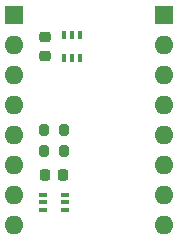
<source format=gbr>
%TF.GenerationSoftware,KiCad,Pcbnew,7.0.8*%
%TF.CreationDate,2023-12-24T03:51:33-08:00*%
%TF.ProjectId,STD Teknic Converter - R1,53544420-5465-46b6-9e69-6320436f6e76,rev?*%
%TF.SameCoordinates,Original*%
%TF.FileFunction,Soldermask,Bot*%
%TF.FilePolarity,Negative*%
%FSLAX46Y46*%
G04 Gerber Fmt 4.6, Leading zero omitted, Abs format (unit mm)*
G04 Created by KiCad (PCBNEW 7.0.8) date 2023-12-24 03:51:33*
%MOMM*%
%LPD*%
G01*
G04 APERTURE LIST*
G04 Aperture macros list*
%AMRoundRect*
0 Rectangle with rounded corners*
0 $1 Rounding radius*
0 $2 $3 $4 $5 $6 $7 $8 $9 X,Y pos of 4 corners*
0 Add a 4 corners polygon primitive as box body*
4,1,4,$2,$3,$4,$5,$6,$7,$8,$9,$2,$3,0*
0 Add four circle primitives for the rounded corners*
1,1,$1+$1,$2,$3*
1,1,$1+$1,$4,$5*
1,1,$1+$1,$6,$7*
1,1,$1+$1,$8,$9*
0 Add four rect primitives between the rounded corners*
20,1,$1+$1,$2,$3,$4,$5,0*
20,1,$1+$1,$4,$5,$6,$7,0*
20,1,$1+$1,$6,$7,$8,$9,0*
20,1,$1+$1,$8,$9,$2,$3,0*%
G04 Aperture macros list end*
%ADD10R,1.600000X1.600000*%
%ADD11O,1.600000X1.600000*%
%ADD12RoundRect,0.225000X0.250000X-0.225000X0.250000X0.225000X-0.250000X0.225000X-0.250000X-0.225000X0*%
%ADD13R,0.650000X0.400000*%
%ADD14RoundRect,0.200000X0.200000X0.275000X-0.200000X0.275000X-0.200000X-0.275000X0.200000X-0.275000X0*%
%ADD15RoundRect,0.200000X-0.200000X-0.275000X0.200000X-0.275000X0.200000X0.275000X-0.200000X0.275000X0*%
%ADD16R,0.400000X0.650000*%
%ADD17RoundRect,0.225000X0.225000X0.250000X-0.225000X0.250000X-0.225000X-0.250000X0.225000X-0.250000X0*%
G04 APERTURE END LIST*
D10*
%TO.C,A1*%
X31880000Y140465000D03*
D11*
X31880000Y137925000D03*
X31880000Y135385000D03*
X31880000Y132845000D03*
X31880000Y130305000D03*
X31880000Y127765000D03*
X31880000Y125225000D03*
X31880000Y122685000D03*
D10*
X44580000Y140465000D03*
D11*
X44580000Y137925000D03*
X44580000Y135385000D03*
X44580000Y132845000D03*
X44580000Y130305000D03*
X44580000Y127765000D03*
X44580000Y125225000D03*
X44580000Y122685000D03*
%TD*%
D12*
%TO.C,C1*%
X34544000Y137020000D03*
X34544000Y138570000D03*
%TD*%
D13*
%TO.C,U2*%
X36256000Y123937000D03*
X36256000Y124587000D03*
X36256000Y125237000D03*
X34356000Y125237000D03*
X34356000Y124587000D03*
X34356000Y123937000D03*
%TD*%
D14*
%TO.C,R2*%
X34481000Y128905000D03*
X36131000Y128905000D03*
%TD*%
D15*
%TO.C,R1*%
X36131000Y130683000D03*
X34481000Y130683000D03*
%TD*%
D16*
%TO.C,U3*%
X36180000Y138745000D03*
X36830000Y138745000D03*
X37480000Y138745000D03*
X37480000Y136845000D03*
X36830000Y136845000D03*
X36180000Y136845000D03*
%TD*%
D17*
%TO.C,C2*%
X36081000Y126873000D03*
X34531000Y126873000D03*
%TD*%
M02*

</source>
